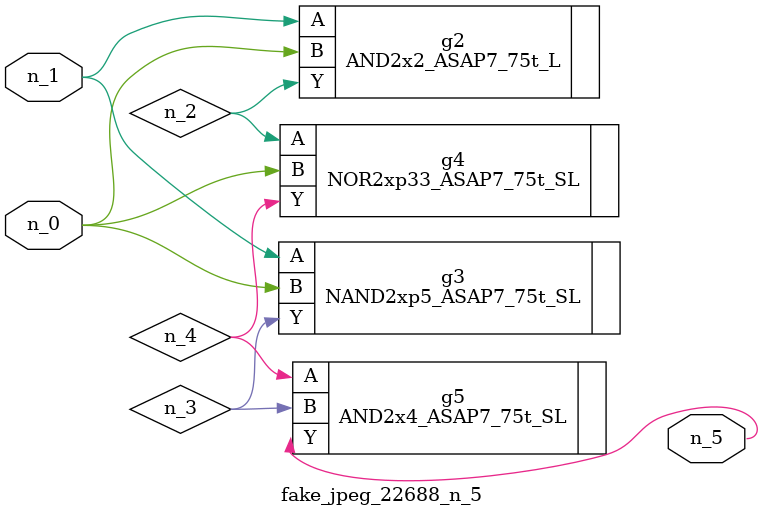
<source format=v>
module fake_jpeg_22688_n_5 (n_0, n_1, n_5);

input n_0;
input n_1;

output n_5;

wire n_3;
wire n_2;
wire n_4;

AND2x2_ASAP7_75t_L g2 ( 
.A(n_1),
.B(n_0),
.Y(n_2)
);

NAND2xp5_ASAP7_75t_SL g3 ( 
.A(n_1),
.B(n_0),
.Y(n_3)
);

NOR2xp33_ASAP7_75t_SL g4 ( 
.A(n_2),
.B(n_0),
.Y(n_4)
);

AND2x4_ASAP7_75t_SL g5 ( 
.A(n_4),
.B(n_3),
.Y(n_5)
);


endmodule
</source>
